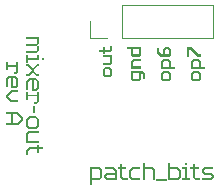
<source format=gbr>
%TF.GenerationSoftware,KiCad,Pcbnew,9.0.3-9.0.3-0~ubuntu22.04.1*%
%TF.CreationDate,2025-07-27T08:17:54-07:00*%
%TF.ProjectId,mixer-out,6d697865-722d-46f7-9574-2e6b69636164,rev?*%
%TF.SameCoordinates,Original*%
%TF.FileFunction,Legend,Top*%
%TF.FilePolarity,Positive*%
%FSLAX46Y46*%
G04 Gerber Fmt 4.6, Leading zero omitted, Abs format (unit mm)*
G04 Created by KiCad (PCBNEW 9.0.3-9.0.3-0~ubuntu22.04.1) date 2025-07-27 08:17:54*
%MOMM*%
%LPD*%
G01*
G04 APERTURE LIST*
%ADD10C,0.100000*%
%ADD11C,0.150000*%
%ADD12C,0.120000*%
G04 APERTURE END LIST*
D10*
G36*
X120505000Y-88441695D02*
G01*
X120505000Y-87791032D01*
X120668673Y-87791032D01*
X120668673Y-88002058D01*
X121390594Y-88002058D01*
X121390594Y-87791032D01*
X121554267Y-87791032D01*
X121554267Y-88593004D01*
X121342325Y-88805129D01*
X121155571Y-88805129D01*
X121155571Y-88637151D01*
X121273082Y-88637151D01*
X121390594Y-88519456D01*
X121390594Y-88170036D01*
X120668673Y-88170036D01*
X120668673Y-88441695D01*
X120505000Y-88441695D01*
G37*
G36*
X121554267Y-89143191D02*
G01*
X121554267Y-89768392D01*
X121342783Y-89980425D01*
X120950498Y-89980425D01*
X120950498Y-89812447D01*
X121114172Y-89812447D01*
X121274181Y-89812447D01*
X121390594Y-89694936D01*
X121390594Y-89216647D01*
X121274181Y-89099136D01*
X121114172Y-89099136D01*
X121114172Y-89812447D01*
X120950498Y-89812447D01*
X120950498Y-89099136D01*
X120787375Y-89099136D01*
X120668673Y-89216647D01*
X120668673Y-89917411D01*
X120505000Y-89917411D01*
X120505000Y-89143191D01*
X120717399Y-88931158D01*
X121342783Y-88931158D01*
X121554267Y-89143191D01*
G37*
G36*
X121554267Y-91186496D02*
G01*
X120928883Y-91186496D01*
X120505000Y-90762521D01*
X120505000Y-90561204D01*
X120928883Y-90137229D01*
X121554267Y-90137229D01*
X121554267Y-90305207D01*
X120998126Y-90305207D01*
X120668673Y-90634569D01*
X120668673Y-90689157D01*
X120998126Y-91018518D01*
X121554267Y-91018518D01*
X121554267Y-91186496D01*
G37*
G36*
X121976318Y-92448713D02*
G01*
X121976318Y-92650030D01*
X121551153Y-93074005D01*
X120505000Y-93074005D01*
X120505000Y-92906027D01*
X120950956Y-92906027D01*
X121114630Y-92906027D01*
X121481543Y-92906027D01*
X121812645Y-92576666D01*
X121812645Y-92522077D01*
X121481543Y-92192716D01*
X121114630Y-92192716D01*
X121114630Y-92906027D01*
X120950956Y-92906027D01*
X120950956Y-92192716D01*
X120505000Y-92192716D01*
X120505000Y-92024738D01*
X121551153Y-92024738D01*
X121976318Y-92448713D01*
G37*
G36*
X122255000Y-86400706D02*
G01*
X122255000Y-86232728D01*
X123023082Y-86232728D01*
X123140594Y-86114942D01*
X123140594Y-85791076D01*
X122255000Y-85791076D01*
X122255000Y-85623098D01*
X123304267Y-85623098D01*
X123304267Y-86188581D01*
X123092325Y-86400706D01*
X122255000Y-86400706D01*
G37*
G36*
X122255000Y-87010336D02*
G01*
X122255000Y-86842358D01*
X123023082Y-86842358D01*
X123140594Y-86724572D01*
X123140594Y-86400706D01*
X123304267Y-86400706D01*
X123304267Y-86798211D01*
X123092325Y-87010336D01*
X122255000Y-87010336D01*
G37*
G36*
X122255000Y-87831542D02*
G01*
X122255000Y-87157431D01*
X122418673Y-87157431D01*
X122418673Y-87409490D01*
X123140594Y-87409490D01*
X123140594Y-87157431D01*
X123304267Y-87157431D01*
X123304267Y-87577468D01*
X122418673Y-87577468D01*
X122418673Y-87831542D01*
X122255000Y-87831542D01*
G37*
G36*
X123556325Y-87577468D02*
G01*
X123556325Y-87409490D01*
X123726318Y-87409490D01*
X123726318Y-87577468D01*
X123556325Y-87577468D01*
G37*
G36*
X122454118Y-88984856D02*
G01*
X122255000Y-88984856D01*
X122255000Y-88816878D01*
X122384234Y-88816878D01*
X122682913Y-88521039D01*
X122682913Y-88399406D01*
X122384234Y-88103567D01*
X122255000Y-88103567D01*
X122255000Y-87935589D01*
X122454118Y-87935589D01*
X122782564Y-88263027D01*
X123107896Y-87935589D01*
X123304267Y-87935589D01*
X123304267Y-88103567D01*
X123176772Y-88103567D01*
X122882215Y-88399406D01*
X122882215Y-88521039D01*
X123180985Y-88816878D01*
X123304267Y-88816878D01*
X123304267Y-88984856D01*
X123107896Y-88984856D01*
X122782564Y-88657418D01*
X122454118Y-88984856D01*
G37*
G36*
X123304267Y-89352228D02*
G01*
X123304267Y-89977429D01*
X123092783Y-90189462D01*
X122700498Y-90189462D01*
X122700498Y-90021484D01*
X122864172Y-90021484D01*
X123024181Y-90021484D01*
X123140594Y-89903973D01*
X123140594Y-89425684D01*
X123024181Y-89308173D01*
X122864172Y-89308173D01*
X122864172Y-90021484D01*
X122700498Y-90021484D01*
X122700498Y-89308173D01*
X122537375Y-89308173D01*
X122418673Y-89425684D01*
X122418673Y-90126448D01*
X122255000Y-90126448D01*
X122255000Y-89352228D01*
X122467399Y-89140195D01*
X123092783Y-89140195D01*
X123304267Y-89352228D01*
G37*
G36*
X122255000Y-90955896D02*
G01*
X122255000Y-90305233D01*
X122418673Y-90305233D01*
X122418673Y-90516259D01*
X123140594Y-90516259D01*
X123140594Y-90305233D01*
X123304267Y-90305233D01*
X123304267Y-91107205D01*
X123092325Y-91319330D01*
X122905571Y-91319330D01*
X122905571Y-91151352D01*
X123023082Y-91151352D01*
X123140594Y-91033657D01*
X123140594Y-90684237D01*
X122418673Y-90684237D01*
X122418673Y-90955896D01*
X122255000Y-90955896D01*
G37*
G36*
X122800150Y-92113607D02*
G01*
X122800150Y-91486392D01*
X122963823Y-91486392D01*
X122963823Y-92113607D01*
X122800150Y-92113607D01*
G37*
G36*
X123304267Y-92560114D02*
G01*
X123304267Y-93185314D01*
X123092325Y-93397348D01*
X122466941Y-93397348D01*
X122255000Y-93185314D01*
X122255000Y-92633570D01*
X122418673Y-92633570D01*
X122418673Y-93111858D01*
X122536184Y-93229370D01*
X123023082Y-93229370D01*
X123140594Y-93111858D01*
X123140594Y-92633570D01*
X123023082Y-92516058D01*
X122536184Y-92516058D01*
X122418673Y-92633570D01*
X122255000Y-92633570D01*
X122255000Y-92560114D01*
X122466941Y-92348080D01*
X123092325Y-92348080D01*
X123304267Y-92560114D01*
G37*
G36*
X122255000Y-94647383D02*
G01*
X122255000Y-93810149D01*
X122466941Y-93598115D01*
X123304267Y-93598115D01*
X123304267Y-93766093D01*
X122536184Y-93766093D01*
X122418673Y-93883605D01*
X122418673Y-94479405D01*
X123304267Y-94479405D01*
X123304267Y-94647383D01*
X122255000Y-94647383D01*
G37*
G36*
X122255000Y-95608722D02*
G01*
X122255000Y-95196379D01*
X122466941Y-94984438D01*
X123140594Y-94984438D01*
X123140594Y-94773412D01*
X123304267Y-94773412D01*
X123304267Y-94984438D01*
X123629598Y-94984438D01*
X123629598Y-95152416D01*
X123304267Y-95152416D01*
X123304267Y-95500279D01*
X123140594Y-95500279D01*
X123140594Y-95152416D01*
X122536184Y-95152416D01*
X122418673Y-95269744D01*
X122418673Y-95608722D01*
X122255000Y-95608722D01*
G37*
G36*
X128672365Y-96907674D02*
G01*
X128672365Y-97533058D01*
X128460332Y-97745000D01*
X127791076Y-97745000D01*
X127791076Y-98167051D01*
X127623098Y-98167051D01*
X127623098Y-97581326D01*
X127791076Y-97581326D01*
X128386876Y-97581326D01*
X128504387Y-97463815D01*
X128504387Y-96976917D01*
X128386876Y-96859405D01*
X127791076Y-96859405D01*
X127791076Y-97581326D01*
X127623098Y-97581326D01*
X127623098Y-96695732D01*
X128460332Y-96695732D01*
X128672365Y-96907674D01*
G37*
G36*
X129882833Y-96907949D02*
G01*
X129882833Y-97745000D01*
X129045599Y-97745000D01*
X128833565Y-97533333D01*
X128833565Y-97410143D01*
X129001543Y-97410143D01*
X129001543Y-97464364D01*
X129119055Y-97581326D01*
X129714855Y-97581326D01*
X129714855Y-97293181D01*
X129119055Y-97293181D01*
X129001543Y-97410143D01*
X128833565Y-97410143D01*
X128833565Y-97341174D01*
X129045599Y-97129508D01*
X129714855Y-97129508D01*
X129714855Y-96977558D01*
X129597343Y-96859405D01*
X128896580Y-96859405D01*
X128896580Y-96695732D01*
X129670799Y-96695732D01*
X129882833Y-96907949D01*
G37*
G36*
X130822191Y-97745000D02*
G01*
X130409848Y-97745000D01*
X130197906Y-97533058D01*
X130197906Y-96859405D01*
X129986880Y-96859405D01*
X129986880Y-96695732D01*
X130197906Y-96695732D01*
X130197906Y-96370401D01*
X130365884Y-96370401D01*
X130365884Y-96695732D01*
X130713747Y-96695732D01*
X130713747Y-96859405D01*
X130365884Y-96859405D01*
X130365884Y-97463815D01*
X130483212Y-97581326D01*
X130822191Y-97581326D01*
X130822191Y-97745000D01*
G37*
G36*
X131902233Y-97745000D02*
G01*
X131170512Y-97745000D01*
X130958478Y-97533058D01*
X130958478Y-96907674D01*
X131170512Y-96695732D01*
X131902233Y-96695732D01*
X131902233Y-96859405D01*
X131243876Y-96859405D01*
X131126456Y-96976917D01*
X131126456Y-97463815D01*
X131243876Y-97581326D01*
X131902233Y-97581326D01*
X131902233Y-97745000D01*
G37*
G36*
X133139078Y-97745000D02*
G01*
X132971100Y-97745000D01*
X132971100Y-96976917D01*
X132853589Y-96859405D01*
X132257789Y-96859405D01*
X132257789Y-97745000D01*
X132089811Y-97745000D01*
X132089811Y-96273681D01*
X132257789Y-96273681D01*
X132257789Y-96695732D01*
X132927045Y-96695732D01*
X133139078Y-96907674D01*
X133139078Y-97745000D01*
G37*
G36*
X134150244Y-97827065D02*
G01*
X133247522Y-97827065D01*
X133247522Y-97663392D01*
X134150244Y-97663392D01*
X134150244Y-97827065D01*
G37*
G36*
X134441320Y-96695732D02*
G01*
X135110576Y-96695732D01*
X135322609Y-96907674D01*
X135322609Y-97533058D01*
X135110576Y-97745000D01*
X134273342Y-97745000D01*
X134273342Y-97581326D01*
X134441320Y-97581326D01*
X135037120Y-97581326D01*
X135154631Y-97463815D01*
X135154631Y-96976917D01*
X135037120Y-96859405D01*
X134441320Y-96859405D01*
X134441320Y-97581326D01*
X134273342Y-97581326D01*
X134273342Y-96273681D01*
X134441320Y-96273681D01*
X134441320Y-96695732D01*
G37*
G36*
X136134473Y-97745000D02*
G01*
X135460362Y-97745000D01*
X135460362Y-97581326D01*
X135712421Y-97581326D01*
X135712421Y-96859405D01*
X135460362Y-96859405D01*
X135460362Y-96695732D01*
X135880399Y-96695732D01*
X135880399Y-97581326D01*
X136134473Y-97581326D01*
X136134473Y-97745000D01*
G37*
G36*
X135880399Y-96443674D02*
G01*
X135712421Y-96443674D01*
X135712421Y-96273681D01*
X135880399Y-96273681D01*
X135880399Y-96443674D01*
G37*
G36*
X136968318Y-97745000D02*
G01*
X136555975Y-97745000D01*
X136344033Y-97533058D01*
X136344033Y-96859405D01*
X136133007Y-96859405D01*
X136133007Y-96695732D01*
X136344033Y-96695732D01*
X136344033Y-96370401D01*
X136512011Y-96370401D01*
X136512011Y-96695732D01*
X136859874Y-96695732D01*
X136859874Y-96859405D01*
X136512011Y-96859405D01*
X136512011Y-97463815D01*
X136629339Y-97581326D01*
X136968318Y-97581326D01*
X136968318Y-97745000D01*
G37*
G36*
X137881206Y-97745000D02*
G01*
X137096270Y-97745000D01*
X137096270Y-97581326D01*
X137807750Y-97581326D01*
X137925261Y-97462624D01*
X137925261Y-97418203D01*
X137807750Y-97299501D01*
X137287329Y-97299501D01*
X137075296Y-97088017D01*
X137075296Y-96907216D01*
X137287329Y-96695732D01*
X138051199Y-96695732D01*
X138051199Y-96859405D01*
X137360785Y-96859405D01*
X137243274Y-96975818D01*
X137243274Y-97019415D01*
X137360785Y-97135827D01*
X137881206Y-97135827D01*
X138093239Y-97348227D01*
X138093239Y-97532600D01*
X137881206Y-97745000D01*
G37*
D11*
G36*
X129530000Y-88357417D02*
G01*
X129530000Y-88871499D01*
X129360446Y-89041199D01*
X128860139Y-89041199D01*
X128690586Y-88871499D01*
X128690586Y-88439702D01*
X128878604Y-88439702D01*
X128878604Y-88789214D01*
X128939054Y-88849664D01*
X129281531Y-88849664D01*
X129341981Y-88789214D01*
X129341981Y-88439702D01*
X129281531Y-88379252D01*
X128939054Y-88379252D01*
X128878604Y-88439702D01*
X128690586Y-88439702D01*
X128690586Y-88357417D01*
X128860139Y-88187717D01*
X129360446Y-88187717D01*
X129530000Y-88357417D01*
G37*
G36*
X129530000Y-87174793D02*
G01*
X129530000Y-87858575D01*
X129360446Y-88028275D01*
X128690586Y-88028275D01*
X128690586Y-87836740D01*
X129281531Y-87836740D01*
X129341981Y-87776290D01*
X129341981Y-87366328D01*
X128690586Y-87366328D01*
X128690586Y-87174793D01*
X129530000Y-87174793D01*
G37*
G36*
X129530000Y-86392825D02*
G01*
X129530000Y-86736621D01*
X129360446Y-86906321D01*
X128878604Y-86906321D01*
X128878604Y-87075142D01*
X128690586Y-87075142D01*
X128690586Y-86906321D01*
X128430321Y-86906321D01*
X128430321Y-86714786D01*
X128690586Y-86714786D01*
X128690586Y-86479580D01*
X128878604Y-86479580D01*
X128878604Y-86714786D01*
X129281531Y-86714786D01*
X129341981Y-86654336D01*
X129341981Y-86392825D01*
X129530000Y-86392825D01*
G37*
G36*
X137023000Y-88688024D02*
G01*
X137023000Y-89202106D01*
X136853446Y-89371806D01*
X136353139Y-89371806D01*
X136183586Y-89202106D01*
X136183586Y-88770309D01*
X136371604Y-88770309D01*
X136371604Y-89119821D01*
X136432054Y-89180271D01*
X136774531Y-89180271D01*
X136834981Y-89119821D01*
X136834981Y-88770309D01*
X136774531Y-88709859D01*
X136432054Y-88709859D01*
X136371604Y-88770309D01*
X136183586Y-88770309D01*
X136183586Y-88688024D01*
X136353139Y-88518324D01*
X136853446Y-88518324D01*
X137023000Y-88688024D01*
G37*
G36*
X137023000Y-87661031D02*
G01*
X137023000Y-88153279D01*
X137360641Y-88153279D01*
X137360641Y-88344814D01*
X136183586Y-88344814D01*
X136183586Y-87743317D01*
X136371604Y-87743317D01*
X136371604Y-88153279D01*
X136834981Y-88153279D01*
X136834981Y-87743317D01*
X136774531Y-87682867D01*
X136432054Y-87682867D01*
X136371604Y-87743317D01*
X136183586Y-87743317D01*
X136183586Y-87661031D01*
X136353139Y-87491332D01*
X136853446Y-87491332D01*
X137023000Y-87661031D01*
G37*
G36*
X137023000Y-87123941D02*
G01*
X137023000Y-87315477D01*
X136772406Y-87315477D01*
X136114709Y-86658952D01*
X136033963Y-86658952D01*
X136033963Y-87315477D01*
X135845944Y-87315477D01*
X135845944Y-86461995D01*
X136187030Y-86461995D01*
X136849782Y-87123941D01*
X137023000Y-87123941D01*
G37*
G36*
X134483000Y-88688024D02*
G01*
X134483000Y-89202106D01*
X134313446Y-89371806D01*
X133813139Y-89371806D01*
X133643586Y-89202106D01*
X133643586Y-88770309D01*
X133831604Y-88770309D01*
X133831604Y-89119821D01*
X133892054Y-89180271D01*
X134234531Y-89180271D01*
X134294981Y-89119821D01*
X134294981Y-88770309D01*
X134234531Y-88709859D01*
X133892054Y-88709859D01*
X133831604Y-88770309D01*
X133643586Y-88770309D01*
X133643586Y-88688024D01*
X133813139Y-88518324D01*
X134313446Y-88518324D01*
X134483000Y-88688024D01*
G37*
G36*
X134483000Y-87661031D02*
G01*
X134483000Y-88153279D01*
X134820641Y-88153279D01*
X134820641Y-88344814D01*
X133643586Y-88344814D01*
X133643586Y-87743317D01*
X133831604Y-87743317D01*
X133831604Y-88153279D01*
X134294981Y-88153279D01*
X134294981Y-87743317D01*
X134234531Y-87682867D01*
X133892054Y-87682867D01*
X133831604Y-87743317D01*
X133643586Y-87743317D01*
X133643586Y-87661031D01*
X133813139Y-87491332D01*
X134313446Y-87491332D01*
X134483000Y-87661031D01*
G37*
G36*
X134483000Y-86631694D02*
G01*
X134483000Y-87145777D01*
X134313446Y-87315477D01*
X133633254Y-87315477D01*
X133305944Y-86987874D01*
X133305944Y-86539297D01*
X133493963Y-86539297D01*
X133493963Y-86905515D01*
X133712096Y-87123941D01*
X133784270Y-87123941D01*
X133784270Y-86713980D01*
X133972288Y-86713980D01*
X133972288Y-87123941D01*
X134234165Y-87123941D01*
X134294981Y-87063491D01*
X134294981Y-86713980D01*
X134234165Y-86653530D01*
X134033104Y-86653530D01*
X133972288Y-86713980D01*
X133784270Y-86713980D01*
X133784270Y-86631694D01*
X133953823Y-86461995D01*
X134313446Y-86461995D01*
X134483000Y-86631694D01*
G37*
G36*
X132280641Y-88680990D02*
G01*
X132280641Y-89195145D01*
X132092623Y-89195145D01*
X132092623Y-88763275D01*
X132031440Y-88702825D01*
X131943000Y-88702825D01*
X131943000Y-89195145D01*
X131773446Y-89364772D01*
X131273139Y-89364772D01*
X131103586Y-89195145D01*
X131103586Y-89112787D01*
X131291604Y-89112787D01*
X131352054Y-89173237D01*
X131694531Y-89173237D01*
X131754981Y-89112787D01*
X131754981Y-88702825D01*
X131291604Y-88702825D01*
X131291604Y-89112787D01*
X131103586Y-89112787D01*
X131103586Y-88511290D01*
X132111087Y-88511290D01*
X132280641Y-88680990D01*
G37*
G36*
X131943000Y-87474919D02*
G01*
X131943000Y-87666454D01*
X131352054Y-87666454D01*
X131291604Y-87726904D01*
X131291604Y-88136866D01*
X131943000Y-88136866D01*
X131943000Y-88328401D01*
X131103586Y-88328401D01*
X131103586Y-87644619D01*
X131273139Y-87474919D01*
X131943000Y-87474919D01*
G37*
G36*
X131943000Y-87144605D02*
G01*
X131773446Y-87314305D01*
X131273139Y-87314305D01*
X131103586Y-87144605D01*
X131103586Y-87062319D01*
X131291604Y-87062319D01*
X131352054Y-87122769D01*
X131694531Y-87122769D01*
X131754981Y-87062319D01*
X131754981Y-86652358D01*
X131291604Y-86652358D01*
X131291604Y-87062319D01*
X131103586Y-87062319D01*
X131103586Y-86652358D01*
X130765944Y-86652358D01*
X130765944Y-86460822D01*
X131943000Y-86460822D01*
X131943000Y-87144605D01*
G37*
D12*
%TO.C,J3*%
X127652000Y-85708000D02*
X127652000Y-84328000D01*
X129032000Y-85708000D02*
X127652000Y-85708000D01*
X130302000Y-82948000D02*
X138032000Y-82948000D01*
X130302000Y-85708000D02*
X130302000Y-82948000D01*
X130302000Y-85708000D02*
X138032000Y-85708000D01*
X138032000Y-85708000D02*
X138032000Y-82948000D01*
%TD*%
%LPC*%
G36*
X140722013Y-95770758D02*
G01*
X140926693Y-95837262D01*
X141118450Y-95934967D01*
X141292561Y-96061466D01*
X141444740Y-96213645D01*
X141571239Y-96387756D01*
X141668944Y-96579513D01*
X141735448Y-96784193D01*
X141769115Y-96996756D01*
X141769115Y-97211970D01*
X141735448Y-97424533D01*
X141668944Y-97629213D01*
X141571239Y-97820970D01*
X141444740Y-97995081D01*
X141292561Y-98147260D01*
X141118450Y-98273759D01*
X140926693Y-98371464D01*
X140722013Y-98437968D01*
X140509450Y-98471635D01*
X140294236Y-98471635D01*
X140081673Y-98437968D01*
X139876993Y-98371464D01*
X139685236Y-98273759D01*
X139511125Y-98147260D01*
X139358946Y-97995081D01*
X139232447Y-97820970D01*
X139134742Y-97629213D01*
X139068238Y-97424533D01*
X139034571Y-97211970D01*
X139034571Y-96996756D01*
X139068238Y-96784193D01*
X139134742Y-96579513D01*
X139232447Y-96387756D01*
X139358946Y-96213645D01*
X139511125Y-96061466D01*
X139685236Y-95934967D01*
X139876993Y-95837262D01*
X140081673Y-95770758D01*
X140294236Y-95737091D01*
X140509450Y-95737091D01*
X140722013Y-95770758D01*
G37*
G36*
X126021214Y-95686997D02*
G01*
X126202905Y-95762257D01*
X126366423Y-95871516D01*
X126505484Y-96010577D01*
X126614743Y-96174095D01*
X126690003Y-96355786D01*
X126728369Y-96548669D01*
X126728369Y-96745331D01*
X126690003Y-96938214D01*
X126614743Y-97119905D01*
X126505484Y-97283423D01*
X126366423Y-97422484D01*
X126202905Y-97531743D01*
X126021214Y-97607003D01*
X125828331Y-97645369D01*
X125631669Y-97645369D01*
X125438786Y-97607003D01*
X125257095Y-97531743D01*
X125093577Y-97422484D01*
X124954516Y-97283423D01*
X124845257Y-97119905D01*
X124769997Y-96938214D01*
X124731631Y-96745331D01*
X124731631Y-96548669D01*
X124769997Y-96355786D01*
X124845257Y-96174095D01*
X124954516Y-96010577D01*
X125093577Y-95871516D01*
X125257095Y-95762257D01*
X125438786Y-95686997D01*
X125631669Y-95648631D01*
X125828331Y-95648631D01*
X126021214Y-95686997D01*
G37*
G36*
X147685024Y-94350926D02*
G01*
X147855215Y-94421422D01*
X148008382Y-94523765D01*
X148138641Y-94654024D01*
X148240984Y-94807191D01*
X148311480Y-94977382D01*
X148347418Y-95158056D01*
X148347418Y-95342270D01*
X148311480Y-95522944D01*
X148240984Y-95693135D01*
X148138641Y-95846302D01*
X148008382Y-95976561D01*
X147855215Y-96078904D01*
X147685024Y-96149400D01*
X147504350Y-96185338D01*
X147320136Y-96185338D01*
X147139462Y-96149400D01*
X146969271Y-96078904D01*
X146816104Y-95976561D01*
X146685845Y-95846302D01*
X146583502Y-95693135D01*
X146513006Y-95522944D01*
X146477068Y-95342270D01*
X146477068Y-95158056D01*
X146513006Y-94977382D01*
X146583502Y-94807191D01*
X146685845Y-94654024D01*
X146816104Y-94523765D01*
X146969271Y-94421422D01*
X147139462Y-94350926D01*
X147320136Y-94314988D01*
X147504350Y-94314988D01*
X147685024Y-94350926D01*
G37*
G36*
X147685024Y-91810926D02*
G01*
X147855215Y-91881422D01*
X148008382Y-91983765D01*
X148138641Y-92114024D01*
X148240984Y-92267191D01*
X148311480Y-92437382D01*
X148347418Y-92618056D01*
X148347418Y-92802270D01*
X148311480Y-92982944D01*
X148240984Y-93153135D01*
X148138641Y-93306302D01*
X148008382Y-93436561D01*
X147855215Y-93538904D01*
X147685024Y-93609400D01*
X147504350Y-93645338D01*
X147320136Y-93645338D01*
X147139462Y-93609400D01*
X146969271Y-93538904D01*
X146816104Y-93436561D01*
X146685845Y-93306302D01*
X146583502Y-93153135D01*
X146513006Y-92982944D01*
X146477068Y-92802270D01*
X146477068Y-92618056D01*
X146513006Y-92437382D01*
X146583502Y-92267191D01*
X146685845Y-92114024D01*
X146816104Y-91983765D01*
X146969271Y-91881422D01*
X147139462Y-91810926D01*
X147320136Y-91774988D01*
X147504350Y-91774988D01*
X147685024Y-91810926D01*
G37*
G36*
X147685024Y-89270926D02*
G01*
X147855215Y-89341422D01*
X148008382Y-89443765D01*
X148138641Y-89574024D01*
X148240984Y-89727191D01*
X148311480Y-89897382D01*
X148347418Y-90078056D01*
X148347418Y-90262270D01*
X148311480Y-90442944D01*
X148240984Y-90613135D01*
X148138641Y-90766302D01*
X148008382Y-90896561D01*
X147855215Y-90998904D01*
X147685024Y-91069400D01*
X147504350Y-91105338D01*
X147320136Y-91105338D01*
X147139462Y-91069400D01*
X146969271Y-90998904D01*
X146816104Y-90896561D01*
X146685845Y-90766302D01*
X146583502Y-90613135D01*
X146513006Y-90442944D01*
X146477068Y-90262270D01*
X146477068Y-90078056D01*
X146513006Y-89897382D01*
X146583502Y-89727191D01*
X146685845Y-89574024D01*
X146816104Y-89443765D01*
X146969271Y-89341422D01*
X147139462Y-89270926D01*
X147320136Y-89234988D01*
X147504350Y-89234988D01*
X147685024Y-89270926D01*
G37*
G36*
X140722013Y-86982358D02*
G01*
X140926693Y-87048862D01*
X141118450Y-87146567D01*
X141292561Y-87273066D01*
X141444740Y-87425245D01*
X141571239Y-87599356D01*
X141668944Y-87791113D01*
X141735448Y-87995793D01*
X141769115Y-88208356D01*
X141769115Y-88423570D01*
X141735448Y-88636133D01*
X141668944Y-88840813D01*
X141571239Y-89032570D01*
X141444740Y-89206681D01*
X141292561Y-89358860D01*
X141118450Y-89485359D01*
X140926693Y-89583064D01*
X140722013Y-89649568D01*
X140509450Y-89683235D01*
X140294236Y-89683235D01*
X140081673Y-89649568D01*
X139876993Y-89583064D01*
X139685236Y-89485359D01*
X139511125Y-89358860D01*
X139358946Y-89206681D01*
X139232447Y-89032570D01*
X139134742Y-88840813D01*
X139068238Y-88636133D01*
X139034571Y-88423570D01*
X139034571Y-88208356D01*
X139068238Y-87995793D01*
X139134742Y-87791113D01*
X139232447Y-87599356D01*
X139358946Y-87425245D01*
X139511125Y-87273066D01*
X139685236Y-87146567D01*
X139876993Y-87048862D01*
X140081673Y-86982358D01*
X140294236Y-86948691D01*
X140509450Y-86948691D01*
X140722013Y-86982358D01*
G37*
G36*
X126021214Y-87127197D02*
G01*
X126202905Y-87202457D01*
X126366423Y-87311716D01*
X126505484Y-87450777D01*
X126614743Y-87614295D01*
X126690003Y-87795986D01*
X126728369Y-87988869D01*
X126728369Y-88185531D01*
X126690003Y-88378414D01*
X126614743Y-88560105D01*
X126505484Y-88723623D01*
X126366423Y-88862684D01*
X126202905Y-88971943D01*
X126021214Y-89047203D01*
X125828331Y-89085569D01*
X125631669Y-89085569D01*
X125438786Y-89047203D01*
X125257095Y-88971943D01*
X125093577Y-88862684D01*
X124954516Y-88723623D01*
X124845257Y-88560105D01*
X124769997Y-88378414D01*
X124731631Y-88185531D01*
X124731631Y-87988869D01*
X124769997Y-87795986D01*
X124845257Y-87614295D01*
X124954516Y-87450777D01*
X125093577Y-87311716D01*
X125257095Y-87202457D01*
X125438786Y-87127197D01*
X125631669Y-87088831D01*
X125828331Y-87088831D01*
X126021214Y-87127197D01*
G37*
G36*
X126021214Y-84714197D02*
G01*
X126202905Y-84789457D01*
X126366423Y-84898716D01*
X126505484Y-85037777D01*
X126614743Y-85201295D01*
X126690003Y-85382986D01*
X126728369Y-85575869D01*
X126728369Y-85772531D01*
X126690003Y-85965414D01*
X126614743Y-86147105D01*
X126505484Y-86310623D01*
X126366423Y-86449684D01*
X126202905Y-86558943D01*
X126021214Y-86634203D01*
X125828331Y-86672569D01*
X125631669Y-86672569D01*
X125438786Y-86634203D01*
X125257095Y-86558943D01*
X125093577Y-86449684D01*
X124954516Y-86310623D01*
X124845257Y-86147105D01*
X124769997Y-85965414D01*
X124731631Y-85772531D01*
X124731631Y-85575869D01*
X124769997Y-85382986D01*
X124845257Y-85201295D01*
X124954516Y-85037777D01*
X125093577Y-84898716D01*
X125257095Y-84789457D01*
X125438786Y-84714197D01*
X125631669Y-84675831D01*
X125828331Y-84675831D01*
X126021214Y-84714197D01*
G37*
G36*
X129896542Y-83442893D02*
G01*
X129908870Y-83451130D01*
X129917107Y-83463458D01*
X129920000Y-83478000D01*
X129920000Y-85178000D01*
X129917107Y-85192542D01*
X129908870Y-85204870D01*
X129896542Y-85213107D01*
X129882000Y-85216000D01*
X128182000Y-85216000D01*
X128167458Y-85213107D01*
X128155130Y-85204870D01*
X128146893Y-85192542D01*
X128144000Y-85178000D01*
X128144000Y-83478000D01*
X128146893Y-83463458D01*
X128155130Y-83451130D01*
X128167458Y-83442893D01*
X128182000Y-83440000D01*
X129882000Y-83440000D01*
X129896542Y-83442893D01*
G37*
G36*
X131829773Y-83478237D02*
G01*
X131990600Y-83544854D01*
X132135341Y-83641567D01*
X132258433Y-83764659D01*
X132355146Y-83909400D01*
X132421763Y-84070227D01*
X132455724Y-84240961D01*
X132455724Y-84415039D01*
X132421763Y-84585773D01*
X132355146Y-84746600D01*
X132258433Y-84891341D01*
X132135341Y-85014433D01*
X131990600Y-85111146D01*
X131829773Y-85177763D01*
X131659039Y-85211724D01*
X131484961Y-85211724D01*
X131314227Y-85177763D01*
X131153400Y-85111146D01*
X131008659Y-85014433D01*
X130885567Y-84891341D01*
X130788854Y-84746600D01*
X130722237Y-84585773D01*
X130688276Y-84415039D01*
X130688276Y-84240961D01*
X130722237Y-84070227D01*
X130788854Y-83909400D01*
X130885567Y-83764659D01*
X131008659Y-83641567D01*
X131153400Y-83544854D01*
X131314227Y-83478237D01*
X131484961Y-83444276D01*
X131659039Y-83444276D01*
X131829773Y-83478237D01*
G37*
G36*
X134369773Y-83478237D02*
G01*
X134530600Y-83544854D01*
X134675341Y-83641567D01*
X134798433Y-83764659D01*
X134895146Y-83909400D01*
X134961763Y-84070227D01*
X134995724Y-84240961D01*
X134995724Y-84415039D01*
X134961763Y-84585773D01*
X134895146Y-84746600D01*
X134798433Y-84891341D01*
X134675341Y-85014433D01*
X134530600Y-85111146D01*
X134369773Y-85177763D01*
X134199039Y-85211724D01*
X134024961Y-85211724D01*
X133854227Y-85177763D01*
X133693400Y-85111146D01*
X133548659Y-85014433D01*
X133425567Y-84891341D01*
X133328854Y-84746600D01*
X133262237Y-84585773D01*
X133228276Y-84415039D01*
X133228276Y-84240961D01*
X133262237Y-84070227D01*
X133328854Y-83909400D01*
X133425567Y-83764659D01*
X133548659Y-83641567D01*
X133693400Y-83544854D01*
X133854227Y-83478237D01*
X134024961Y-83444276D01*
X134199039Y-83444276D01*
X134369773Y-83478237D01*
G37*
G36*
X136909773Y-83478237D02*
G01*
X137070600Y-83544854D01*
X137215341Y-83641567D01*
X137338433Y-83764659D01*
X137435146Y-83909400D01*
X137501763Y-84070227D01*
X137535724Y-84240961D01*
X137535724Y-84415039D01*
X137501763Y-84585773D01*
X137435146Y-84746600D01*
X137338433Y-84891341D01*
X137215341Y-85014433D01*
X137070600Y-85111146D01*
X136909773Y-85177763D01*
X136739039Y-85211724D01*
X136564961Y-85211724D01*
X136394227Y-85177763D01*
X136233400Y-85111146D01*
X136088659Y-85014433D01*
X135965567Y-84891341D01*
X135868854Y-84746600D01*
X135802237Y-84585773D01*
X135768276Y-84415039D01*
X135768276Y-84240961D01*
X135802237Y-84070227D01*
X135868854Y-83909400D01*
X135965567Y-83764659D01*
X136088659Y-83641567D01*
X136233400Y-83544854D01*
X136394227Y-83478237D01*
X136564961Y-83444276D01*
X136739039Y-83444276D01*
X136909773Y-83478237D01*
G37*
%LPD*%
M02*

</source>
